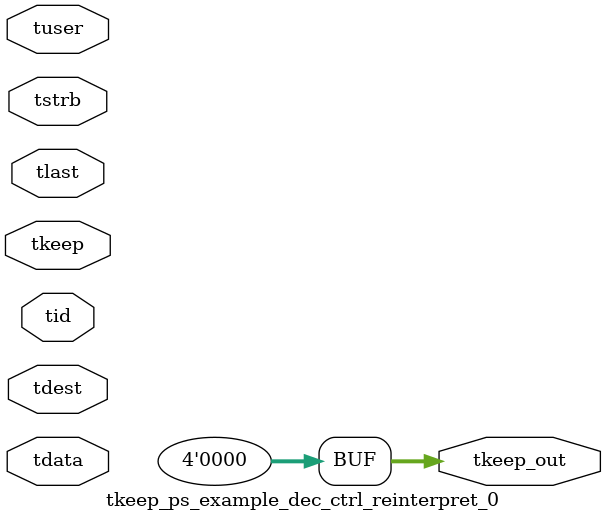
<source format=v>


`timescale 1ps/1ps

module tkeep_ps_example_dec_ctrl_reinterpret_0 #
(
parameter C_S_AXIS_TDATA_WIDTH = 32,
parameter C_S_AXIS_TUSER_WIDTH = 0,
parameter C_S_AXIS_TID_WIDTH   = 0,
parameter C_S_AXIS_TDEST_WIDTH = 0,
parameter C_M_AXIS_TDATA_WIDTH = 32
)
(
input  [(C_S_AXIS_TDATA_WIDTH == 0 ? 1 : C_S_AXIS_TDATA_WIDTH)-1:0     ] tdata,
input  [(C_S_AXIS_TUSER_WIDTH == 0 ? 1 : C_S_AXIS_TUSER_WIDTH)-1:0     ] tuser,
input  [(C_S_AXIS_TID_WIDTH   == 0 ? 1 : C_S_AXIS_TID_WIDTH)-1:0       ] tid,
input  [(C_S_AXIS_TDEST_WIDTH == 0 ? 1 : C_S_AXIS_TDEST_WIDTH)-1:0     ] tdest,
input  [(C_S_AXIS_TDATA_WIDTH/8)-1:0 ] tkeep,
input  [(C_S_AXIS_TDATA_WIDTH/8)-1:0 ] tstrb,
input                                                                    tlast,
output [(C_M_AXIS_TDATA_WIDTH/8)-1:0 ] tkeep_out
);

assign tkeep_out = {1'b0};

endmodule


</source>
